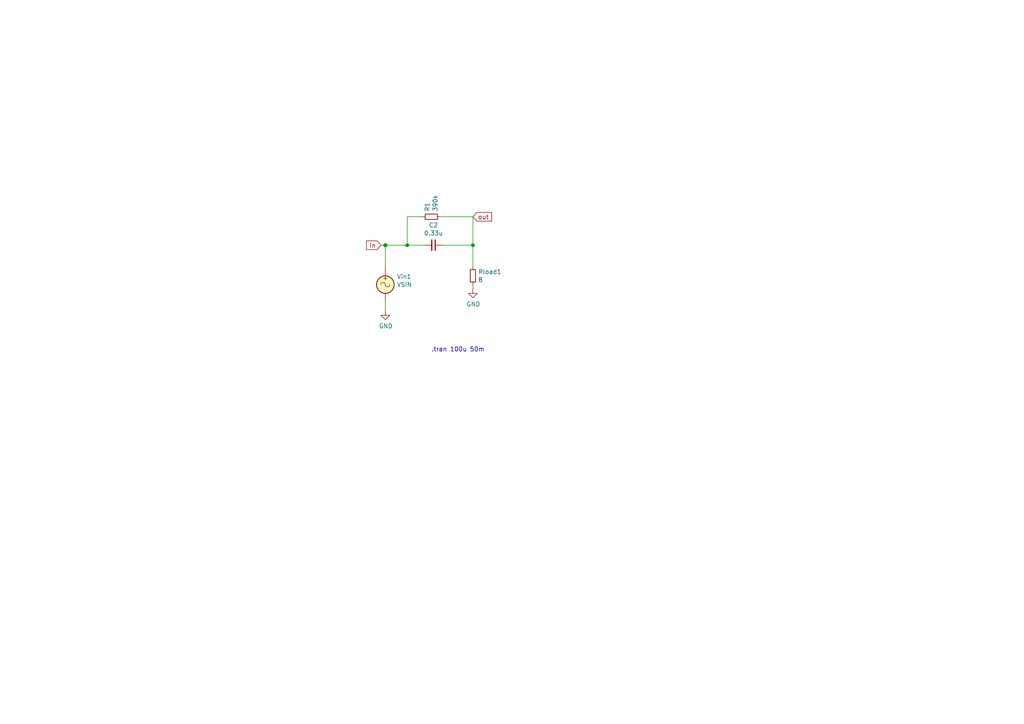
<source format=kicad_sch>
(kicad_sch (version 20230121) (generator eeschema)
  (paper "A4")
  (lib_symbols
    (symbol "Device:C_Small" (pin_numbers hide) (pin_names (offset 0.254) hide)
      (property "Reference" "C" (at 0.254 1.778 0))
      (property "Value" "C_Small" (at 0.254 -2.032 0))
      (symbol "C_Small_0_1"
        (polyline (pts (xy -1.524 -0.508) (xy 1.524 -0.508)) (stroke (width 0.3302)))
        (polyline (pts (xy -1.524 0.508) (xy 1.524 0.508)) (stroke (width 0.3048)))
      )
      (symbol "C_Small_1_1"
        (pin passive line (at 0 2.54 270) (length 2.032) (name "~") (number "1"))
        (pin passive line (at 0 -2.54 90) (length 2.032) (name "~") (number "2"))
      )
    )
    (symbol "Device:R_Small" (pin_numbers hide) (pin_names (offset 0.254) hide)
      (property "Reference" "R" (at 0.762 0.508 0))
      (property "Value" "R_Small" (at 0.762 -1.016 0))
      (symbol "R_Small_0_1"
        (rectangle (start -0.762 1.778) (end 0.762 -1.778) (stroke (width 0.2032)))
      )
      (symbol "R_Small_1_1"
        (pin passive line (at 0 2.54 270) (length 0.762) (name "~") (number "1"))
        (pin passive line (at 0 -2.54 90) (length 0.762) (name "~") (number "2"))
      )
    )
    (symbol "Simulation_SPICE:VSIN" (pin_numbers hide) (pin_names (offset 0.0254))
      (property "Reference" "V" (at 2.54 2.54 0))
      (property "Value" "VSIN" (at 2.54 0 0))
      (property "Spice_Model" "sin(0 1 1k)" (at 2.54 -2.54 0))
      (symbol "VSIN_0_0"
        (arc (start 0 0) (mid -0.635 0.6323) (end -1.27 0))
        (arc (start 0 0) (mid 0.635 -0.6323) (end 1.27 0))
        (text "+" (at 0 1.905 0) (effects (font (size 1.27 1.27))))
      )
      (symbol "VSIN_0_1"
        (circle (center 0 0) (radius 2.54) (stroke (width 0.254)) (fill (type background)))
      )
      (symbol "VSIN_1_1"
        (pin passive line (at 0 5.08 270) (length 2.54) (name "~") (number "1"))
        (pin passive line (at 0 -5.08 90) (length 2.54) (name "~") (number "2"))
      )
    )
    (symbol "power:GND" (power) (pin_names (offset 0))
      (property "Value" "GND" (at 0 -3.81 0))
      (symbol "GND_0_1"
        (polyline (pts (xy 0 0) (xy 0 -1.27) (xy 1.27 -1.27) (xy 0 -2.54) (xy -1.27 -1.27) (xy 0 -1.27)))
      )
      (symbol "GND_1_1"
        (pin power_in line (at 0 0 270) (length 0) hide (name "GND") (number "1"))
      )
    )
  )
  (junction (at 118.11 71.12))
  (junction (at 137.16 71.12))
  (junction (at 111.76 71.12) (diameter 1.016))
  (wire (pts (xy 137.16 71.12) (xy 128.27 71.12)))
  (wire (pts (xy 111.76 77.47) (xy 111.76 71.12)))
  (wire (pts (xy 127.635 62.865) (xy 137.16 62.865)))
  (wire (pts (xy 137.16 71.12) (xy 137.16 77.47)))
  (wire (pts (xy 118.11 71.12) (xy 111.76 71.12)))
  (wire (pts (xy 111.76 87.63) (xy 111.76 90.17)))
  (wire (pts (xy 137.16 62.865) (xy 137.16 71.12)))
  (wire (pts (xy 137.16 82.55) (xy 137.16 83.82)))
  (wire (pts (xy 111.76 71.12) (xy 110.49 71.12)))
  (wire (pts (xy 118.11 62.865) (xy 118.11 71.12)))
  (wire (pts (xy 122.555 62.865) (xy 118.11 62.865)))
  (wire (pts (xy 123.19 71.12) (xy 118.11 71.12)))
  (text ".tran 100u 50m" (at 125.095 102.235 0) (effects (font (size 1.27 1.27)) (justify left bottom)))
  (global_label "out" (shape input) (at 137.16 62.865 0) (property "Intersheetrefs" "${INTERSHEET_REFS}" (effects hide)))
  (global_label "in" (shape input) (at 110.49 71.12 180) (property "Intersheetrefs" "${INTERSHEET_REFS}" (effects hide)))
  (symbol (lib_id "Device:R_Small") (at 137.16 80.01 0) (unit 1)
    (property "Reference" "Rload1" (at 138.6586 78.8416 0) (effects (justify left)))
    (property "Value" "8" (at 138.6586 81.153 0) (effects (justify left)))
  )
  (symbol (lib_id "power:GND") (at 137.16 83.82 0) (unit 1)
    (property "Reference" "#PWR0118" (effects hide))
    (property "Value" "GND" (at 137.287 88.2142 0))
  )
  (symbol (lib_id "Device:R_Small") (at 125.095 62.865 90) (unit 1)
    (property "Reference" "R1" (at 123.9266 61.3664 0) (effects (justify left)))
    (property "Value" "390k" (at 126.238 61.3664 0) (effects (justify left)))
  )
  (symbol (lib_id "Device:C_Small") (at 125.73 71.12 270) (unit 1)
    (property "Reference" "C2" (at 125.73 65.3034 90))
    (property "Value" "0.33u" (at 125.73 67.6148 90))
  )
  (symbol (lib_id "Simulation_SPICE:VSIN") (at 111.76 82.55 0) (unit 1)
    (property "Reference" "Vin1" (at 115.062 80.2386 0) (effects (justify left)))
    (property "Value" "VSIN" (at 115.062 82.55 0) (effects (justify left)))
    (property "Sim.Device" "SPICE" (effects hide))
    (property "Sim.Params" "type=\"V\" model=\"dc 0 ac 1 sin(0 0.5 100 20m)\" lib=\"\"" (effects hide))
    (property "Sim.Pins" "1=1 2=2" (effects hide))
  )
  (symbol (lib_id "power:GND") (at 111.76 90.17 0) (unit 1)
    (property "Reference" "#PWR0116" (effects hide))
    (property "Value" "GND" (at 111.887 94.5642 0))
  )
)
</source>
